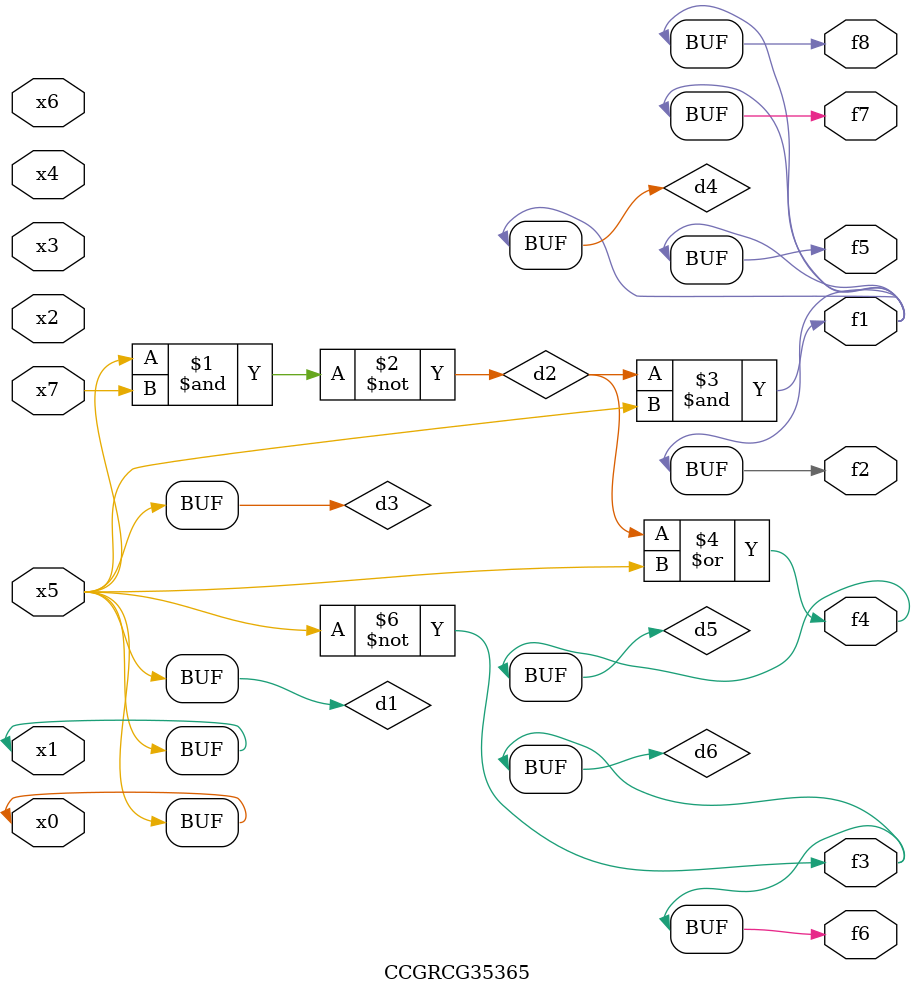
<source format=v>
module CCGRCG35365(
	input x0, x1, x2, x3, x4, x5, x6, x7,
	output f1, f2, f3, f4, f5, f6, f7, f8
);

	wire d1, d2, d3, d4, d5, d6;

	buf (d1, x0, x5);
	nand (d2, x5, x7);
	buf (d3, x0, x1);
	and (d4, d2, d3);
	or (d5, d2, d3);
	nor (d6, d1, d3);
	assign f1 = d4;
	assign f2 = d4;
	assign f3 = d6;
	assign f4 = d5;
	assign f5 = d4;
	assign f6 = d6;
	assign f7 = d4;
	assign f8 = d4;
endmodule

</source>
